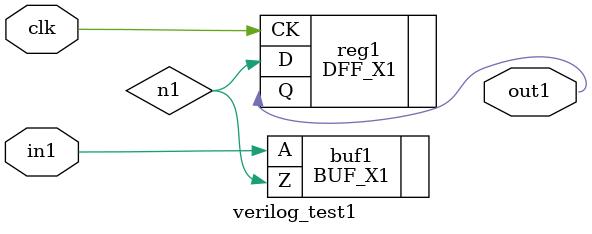
<source format=v>
module verilog_test1 (clk, in1, out1);
  input clk, in1;
  output out1;
  wire n1;

  BUF_X1 buf1 (.A(in1), .Z(n1));
  DFF_X1 reg1 (.D(n1), .CK(clk), .Q(out1));
endmodule

</source>
